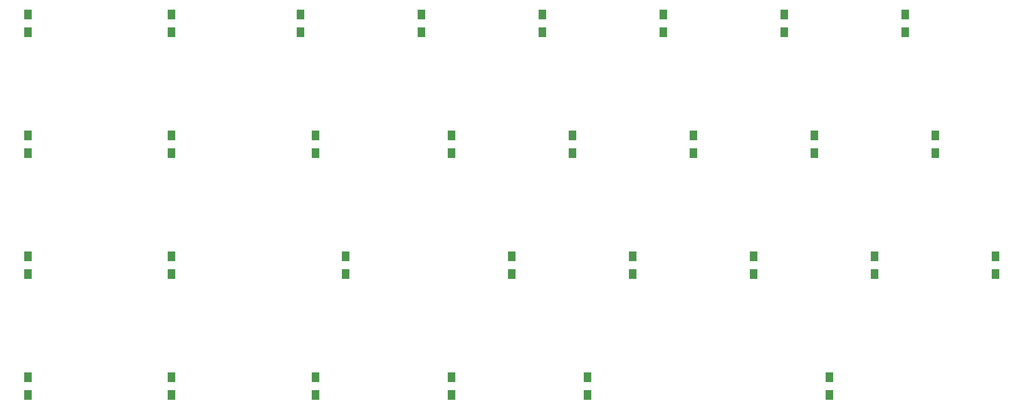
<source format=gbr>
G04 #@! TF.GenerationSoftware,KiCad,Pcbnew,(5.1.4)-1*
G04 #@! TF.CreationDate,2020-11-20T09:34:23-08:00*
G04 #@! TF.ProjectId,_autosave-_autosave-_autosave-_autosave-uwu-55,5f617574-6f73-4617-9665-2d5f6175746f,rev?*
G04 #@! TF.SameCoordinates,Original*
G04 #@! TF.FileFunction,Paste,Bot*
G04 #@! TF.FilePolarity,Positive*
%FSLAX46Y46*%
G04 Gerber Fmt 4.6, Leading zero omitted, Abs format (unit mm)*
G04 Created by KiCad (PCBNEW (5.1.4)-1) date 2020-11-20 09:34:23*
%MOMM*%
%LPD*%
G04 APERTURE LIST*
%ADD10R,1.200000X1.600000*%
G04 APERTURE END LIST*
D10*
X119475250Y-106175000D03*
X119475250Y-103375000D03*
X109950250Y-87125000D03*
X109950250Y-84325000D03*
X93281500Y-125225000D03*
X93281500Y-122425000D03*
X100425250Y-106175000D03*
X100425250Y-103375000D03*
X90900250Y-87125000D03*
X90900250Y-84325000D03*
X105187750Y-68075000D03*
X105187750Y-65275000D03*
X81375250Y-106175000D03*
X81375250Y-103375000D03*
X71850250Y-87125000D03*
X71850250Y-84325000D03*
X86137750Y-68075000D03*
X86137750Y-65275000D03*
X55181500Y-125225000D03*
X55181500Y-122425000D03*
X62325250Y-106175000D03*
X62325250Y-103375000D03*
X52800250Y-87125000D03*
X52800250Y-84325000D03*
X67087750Y-68075000D03*
X67087750Y-65275000D03*
X33750250Y-125225000D03*
X33750250Y-122425000D03*
X43275250Y-106175000D03*
X43275250Y-103375000D03*
X33750250Y-87125000D03*
X33750250Y-84325000D03*
X48037750Y-68075000D03*
X48037750Y-65275000D03*
X17081500Y-106175000D03*
X17081500Y-103375000D03*
X28987750Y-68075000D03*
X28987750Y-65275000D03*
X12319000Y-125225000D03*
X12319000Y-122425000D03*
X12319000Y-87125000D03*
X12319000Y-84325000D03*
X9937750Y-68075000D03*
X9937750Y-65275000D03*
X-10318750Y-125225000D03*
X-10318750Y-122425000D03*
X-10318750Y-106175000D03*
X-10318750Y-103375000D03*
X-10318750Y-87125000D03*
X-10318750Y-84325000D03*
X-10318750Y-68075000D03*
X-10318750Y-65275000D03*
X-32924750Y-125225000D03*
X-32924750Y-122425000D03*
X-32924750Y-106175000D03*
X-32924750Y-103375000D03*
X-32924750Y-87125000D03*
X-32924750Y-84325000D03*
X-32924750Y-68075000D03*
X-32924750Y-65275000D03*
M02*

</source>
